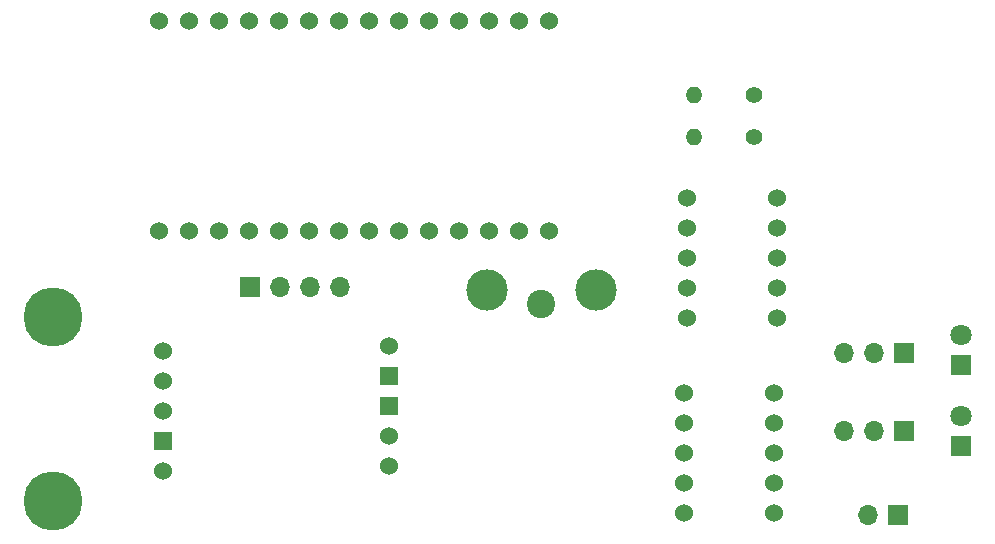
<source format=gbr>
G04 #@! TF.GenerationSoftware,KiCad,Pcbnew,(5.1.4)-1*
G04 #@! TF.CreationDate,2020-04-21T16:32:33+02:00*
G04 #@! TF.ProjectId,Placa_lopy4,506c6163-615f-46c6-9f70-79342e6b6963,rev?*
G04 #@! TF.SameCoordinates,Original*
G04 #@! TF.FileFunction,Soldermask,Bot*
G04 #@! TF.FilePolarity,Negative*
%FSLAX46Y46*%
G04 Gerber Fmt 4.6, Leading zero omitted, Abs format (unit mm)*
G04 Created by KiCad (PCBNEW (5.1.4)-1) date 2020-04-21 16:32:33*
%MOMM*%
%LPD*%
G04 APERTURE LIST*
%ADD10O,1.700000X1.700000*%
%ADD11R,1.700000X1.700000*%
%ADD12C,1.524000*%
%ADD13C,5.000000*%
%ADD14R,1.524000X1.524000*%
%ADD15O,1.400000X1.400000*%
%ADD16C,1.400000*%
%ADD17C,3.500000*%
%ADD18C,2.400000*%
%ADD19C,1.800000*%
%ADD20R,1.800000X1.800000*%
G04 APERTURE END LIST*
D10*
X128778000Y-127254000D03*
X126238000Y-127254000D03*
X123698000Y-127254000D03*
D11*
X121158000Y-127254000D03*
D12*
X158164000Y-129832000D03*
X158164000Y-127292000D03*
X158164000Y-119672000D03*
X158164000Y-122212000D03*
X158164000Y-124752000D03*
X165784000Y-119672000D03*
X165784000Y-122212000D03*
X165784000Y-129832000D03*
X165784000Y-127292000D03*
X165784000Y-124752000D03*
X113470000Y-122522000D03*
X116010000Y-122522000D03*
X118550000Y-122522000D03*
X121090000Y-122522000D03*
X123630000Y-122522000D03*
X126170000Y-122522000D03*
X128710000Y-122522000D03*
X131250000Y-122522000D03*
X133790000Y-122522000D03*
X136330000Y-122522000D03*
X138870000Y-122522000D03*
X141410000Y-122522000D03*
X143950000Y-122522000D03*
X113470000Y-104742000D03*
X116010000Y-104742000D03*
X118550000Y-104742000D03*
X121090000Y-104742000D03*
X123630000Y-104742000D03*
X126170000Y-104742000D03*
X128710000Y-104742000D03*
X131250000Y-104742000D03*
X133790000Y-104742000D03*
X136330000Y-104742000D03*
X138870000Y-104742000D03*
X141410000Y-104742000D03*
X143950000Y-104742000D03*
X146490000Y-122522000D03*
X146490000Y-104742000D03*
D13*
X104508000Y-145400000D03*
X104508000Y-129800000D03*
D12*
X113808000Y-132620000D03*
X113808000Y-135160000D03*
X113808000Y-142780000D03*
D14*
X113808000Y-140240000D03*
D12*
X113808000Y-137700000D03*
X157910000Y-146342000D03*
X157910000Y-143802000D03*
X157910000Y-136182000D03*
X157910000Y-138722000D03*
X157910000Y-141262000D03*
X165530000Y-136182000D03*
X165530000Y-138722000D03*
X165530000Y-146342000D03*
X165530000Y-143802000D03*
X165530000Y-141262000D03*
X132962000Y-142408000D03*
X132962000Y-139868000D03*
D14*
X132962000Y-137328000D03*
X132962000Y-134788000D03*
D12*
X132962000Y-132248000D03*
D15*
X158750000Y-110998000D03*
D16*
X163830000Y-110998000D03*
D15*
X158750000Y-114554000D03*
D16*
X163830000Y-114554000D03*
D10*
X171450000Y-132842000D03*
X173990000Y-132842000D03*
D11*
X176530000Y-132842000D03*
D10*
X171450000Y-139446000D03*
X173990000Y-139446000D03*
D11*
X176530000Y-139446000D03*
D10*
X173482000Y-146558000D03*
D11*
X176022000Y-146558000D03*
D17*
X150424000Y-127508000D03*
D18*
X145824000Y-128708000D03*
D17*
X141224000Y-127508000D03*
D19*
X181356000Y-131318000D03*
D20*
X181356000Y-133858000D03*
D19*
X181356000Y-138176000D03*
D20*
X181356000Y-140716000D03*
M02*

</source>
